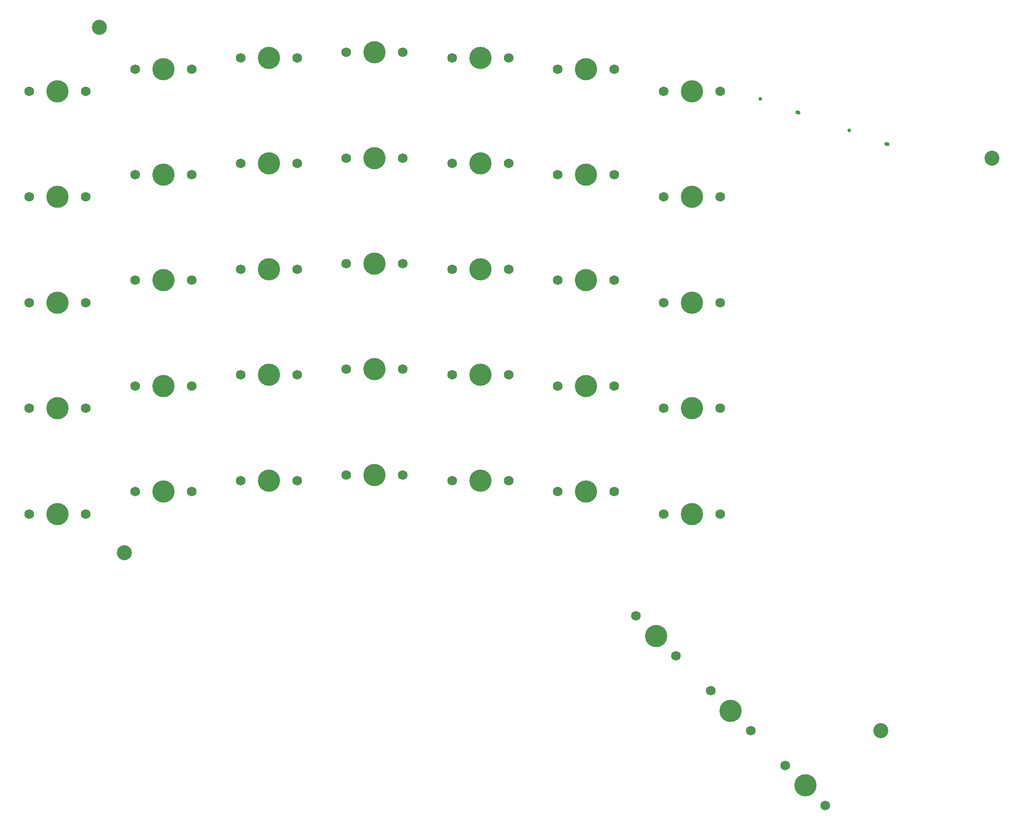
<source format=gbr>
%TF.GenerationSoftware,KiCad,Pcbnew,(6.0.7-1)-1*%
%TF.CreationDate,2022-10-21T17:23:11-04:00*%
%TF.ProjectId,Splitboard-A,53706c69-7462-46f6-9172-642d412e6b69,rev?*%
%TF.SameCoordinates,Original*%
%TF.FileFunction,NonPlated,1,2,NPTH,Mixed*%
%TF.FilePolarity,Positive*%
%FSLAX46Y46*%
G04 Gerber Fmt 4.6, Leading zero omitted, Abs format (unit mm)*
G04 Created by KiCad (PCBNEW (6.0.7-1)-1) date 2022-10-21 17:23:11*
%MOMM*%
%LPD*%
G01*
G04 APERTURE LIST*
G04 Aperture macros list*
%AMHorizOval*
0 Thick line with rounded ends*
0 $1 width*
0 $2 $3 position (X,Y) of the first rounded end (center of the circle)*
0 $4 $5 position (X,Y) of the second rounded end (center of the circle)*
0 Add line between two ends*
20,1,$1,$2,$3,$4,$5,0*
0 Add two circle primitives to create the rounded ends*
1,1,$1,$2,$3*
1,1,$1,$4,$5*%
G04 Aperture macros list end*
%TA.AperFunction,ComponentDrill*%
%ADD10C,0.650000*%
%TD*%
G04 aperture for slot hole*
%TA.AperFunction,ComponentDrill*%
%ADD11HorizOval,0.650000X0.140954X-0.051303X-0.140954X0.051303X0*%
%TD*%
%TA.AperFunction,ComponentDrill*%
%ADD12C,1.750000*%
%TD*%
%TA.AperFunction,ComponentDrill*%
%ADD13C,2.700000*%
%TD*%
%TA.AperFunction,ComponentDrill*%
%ADD14C,4.000000*%
%TD*%
G04 APERTURE END LIST*
D10*
%TO.C,J1*%
X231325899Y-41365787D03*
D11*
X238091686Y-43828332D03*
D10*
%TO.C,J2*%
X247325899Y-47065787D03*
D11*
X254091686Y-49528332D03*
D12*
%TO.C,K1*%
X99920000Y-40000000D03*
%TO.C,K8*%
X99920000Y-59000000D03*
%TO.C,K15*%
X99920000Y-78000000D03*
%TO.C,K22*%
X99920000Y-97000000D03*
%TO.C,K29*%
X99920000Y-116000000D03*
%TO.C,K1*%
X110080000Y-40000000D03*
%TO.C,K8*%
X110080000Y-59000000D03*
%TO.C,K15*%
X110080000Y-78000000D03*
%TO.C,K22*%
X110080000Y-97000000D03*
%TO.C,K29*%
X110080000Y-116000000D03*
%TO.C,K2*%
X118920000Y-36000000D03*
%TO.C,K9*%
X118920000Y-55000000D03*
%TO.C,K16*%
X118920000Y-74000000D03*
%TO.C,K23*%
X118920000Y-93000000D03*
%TO.C,K30*%
X118920000Y-112000000D03*
%TO.C,K2*%
X129080000Y-36000000D03*
%TO.C,K9*%
X129080000Y-55000000D03*
%TO.C,K16*%
X129080000Y-74000000D03*
%TO.C,K23*%
X129080000Y-93000000D03*
%TO.C,K30*%
X129080000Y-112000000D03*
%TO.C,K3*%
X137920000Y-34000000D03*
%TO.C,K10*%
X137920000Y-53000000D03*
%TO.C,K17*%
X137920000Y-72000000D03*
%TO.C,K24*%
X137920000Y-91000000D03*
%TO.C,K31*%
X137920000Y-110000000D03*
%TO.C,K3*%
X148080000Y-34000000D03*
%TO.C,K10*%
X148080000Y-53000000D03*
%TO.C,K17*%
X148080000Y-72000000D03*
%TO.C,K24*%
X148080000Y-91000000D03*
%TO.C,K31*%
X148080000Y-110000000D03*
%TO.C,K4*%
X156920000Y-33000000D03*
%TO.C,K11*%
X156920000Y-52000000D03*
%TO.C,K18*%
X156920000Y-71000000D03*
%TO.C,K25*%
X156920000Y-90000000D03*
%TO.C,K32*%
X156920000Y-109000000D03*
%TO.C,K4*%
X167080000Y-33000000D03*
%TO.C,K11*%
X167080000Y-52000000D03*
%TO.C,K18*%
X167080000Y-71000000D03*
%TO.C,K25*%
X167080000Y-90000000D03*
%TO.C,K32*%
X167080000Y-109000000D03*
%TO.C,K5*%
X175920000Y-34000000D03*
%TO.C,K12*%
X175920000Y-53000000D03*
%TO.C,K19*%
X175920000Y-72000000D03*
%TO.C,K26*%
X175920000Y-91000000D03*
%TO.C,K33*%
X175920000Y-110000000D03*
%TO.C,K5*%
X186080000Y-34000000D03*
%TO.C,K12*%
X186080000Y-53000000D03*
%TO.C,K19*%
X186080000Y-72000000D03*
%TO.C,K26*%
X186080000Y-91000000D03*
%TO.C,K33*%
X186080000Y-110000000D03*
%TO.C,K6*%
X194920000Y-36000000D03*
%TO.C,K13*%
X194920000Y-55000000D03*
%TO.C,K20*%
X194920000Y-74000000D03*
%TO.C,K27*%
X194920000Y-93000000D03*
%TO.C,K34*%
X194920000Y-112000000D03*
%TO.C,K6*%
X205080000Y-36000000D03*
%TO.C,K13*%
X205080000Y-55000000D03*
%TO.C,K20*%
X205080000Y-74000000D03*
%TO.C,K27*%
X205080000Y-93000000D03*
%TO.C,K34*%
X205080000Y-112000000D03*
%TO.C,K36*%
X208972869Y-134368134D03*
%TO.C,K7*%
X213920000Y-40000000D03*
%TO.C,K14*%
X213920000Y-59000000D03*
%TO.C,K21*%
X213920000Y-78000000D03*
%TO.C,K28*%
X213920000Y-97000000D03*
%TO.C,K35*%
X213920000Y-116000000D03*
%TO.C,K36*%
X216157073Y-141552338D03*
%TO.C,K37*%
X222407898Y-147803163D03*
%TO.C,K7*%
X224080000Y-40000000D03*
%TO.C,K14*%
X224080000Y-59000000D03*
%TO.C,K21*%
X224080000Y-78000000D03*
%TO.C,K28*%
X224080000Y-97000000D03*
%TO.C,K35*%
X224080000Y-116000000D03*
%TO.C,K37*%
X229592102Y-154987367D03*
%TO.C,K38*%
X235842927Y-161238192D03*
X243027131Y-168422396D03*
D13*
%TO.C,H2*%
X112500000Y-28500000D03*
%TO.C,H4*%
X117000000Y-123000000D03*
%TO.C,H3*%
X253000000Y-155000000D03*
%TO.C,H1*%
X273000000Y-52000000D03*
D14*
%TO.C,K1*%
X105000000Y-40000000D03*
%TO.C,K8*%
X105000000Y-59000000D03*
%TO.C,K15*%
X105000000Y-78000000D03*
%TO.C,K22*%
X105000000Y-97000000D03*
%TO.C,K29*%
X105000000Y-116000000D03*
%TO.C,K2*%
X124000000Y-36000000D03*
%TO.C,K9*%
X124000000Y-55000000D03*
%TO.C,K16*%
X124000000Y-74000000D03*
%TO.C,K23*%
X124000000Y-93000000D03*
%TO.C,K30*%
X124000000Y-112000000D03*
%TO.C,K3*%
X143000000Y-34000000D03*
%TO.C,K10*%
X143000000Y-53000000D03*
%TO.C,K17*%
X143000000Y-72000000D03*
%TO.C,K24*%
X143000000Y-91000000D03*
%TO.C,K31*%
X143000000Y-110000000D03*
%TO.C,K4*%
X162000000Y-33000000D03*
%TO.C,K11*%
X162000000Y-52000000D03*
%TO.C,K18*%
X162000000Y-71000000D03*
%TO.C,K25*%
X162000000Y-90000000D03*
%TO.C,K32*%
X162000000Y-109000000D03*
%TO.C,K5*%
X181000000Y-34000000D03*
%TO.C,K12*%
X181000000Y-53000000D03*
%TO.C,K19*%
X181000000Y-72000000D03*
%TO.C,K26*%
X181000000Y-91000000D03*
%TO.C,K33*%
X181000000Y-110000000D03*
%TO.C,K6*%
X200000000Y-36000000D03*
%TO.C,K13*%
X200000000Y-55000000D03*
%TO.C,K20*%
X200000000Y-74000000D03*
%TO.C,K27*%
X200000000Y-93000000D03*
%TO.C,K34*%
X200000000Y-112000000D03*
%TO.C,K36*%
X212564971Y-137960236D03*
%TO.C,K7*%
X219000000Y-40000000D03*
%TO.C,K14*%
X219000000Y-59000000D03*
%TO.C,K21*%
X219000000Y-78000000D03*
%TO.C,K28*%
X219000000Y-97000000D03*
%TO.C,K35*%
X219000000Y-116000000D03*
%TO.C,K37*%
X226000000Y-151395265D03*
%TO.C,K38*%
X239435029Y-164830294D03*
M02*

</source>
